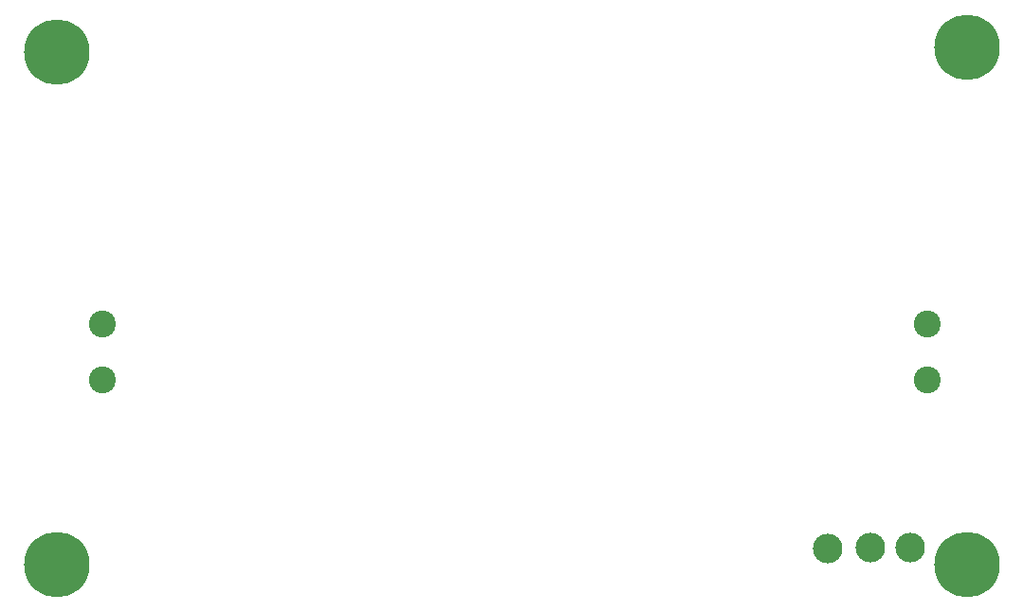
<source format=gbs>
G04*
G04 #@! TF.GenerationSoftware,Altium Limited,Altium Designer,23.8.1 (32)*
G04*
G04 Layer_Color=16711935*
%FSLAX44Y44*%
%MOMM*%
G71*
G04*
G04 #@! TF.SameCoordinates,B70ACEF7-E70B-45C2-86D7-E5FBF9B371E4*
G04*
G04*
G04 #@! TF.FilePolarity,Negative*
G04*
G01*
G75*
%ADD44C,2.4016*%
%ADD45C,2.6416*%
%ADD66C,5.8500*%
D44*
X1447800Y891540D02*
D03*
Y941540D02*
D03*
X711200Y891540D02*
D03*
Y941540D02*
D03*
D45*
X1358900Y740970D02*
D03*
X1432560Y741680D02*
D03*
X1397000D02*
D03*
D66*
X1483360Y1188720D02*
D03*
X670560Y1184920D02*
D03*
X1483360Y726440D02*
D03*
X670560D02*
D03*
M02*

</source>
